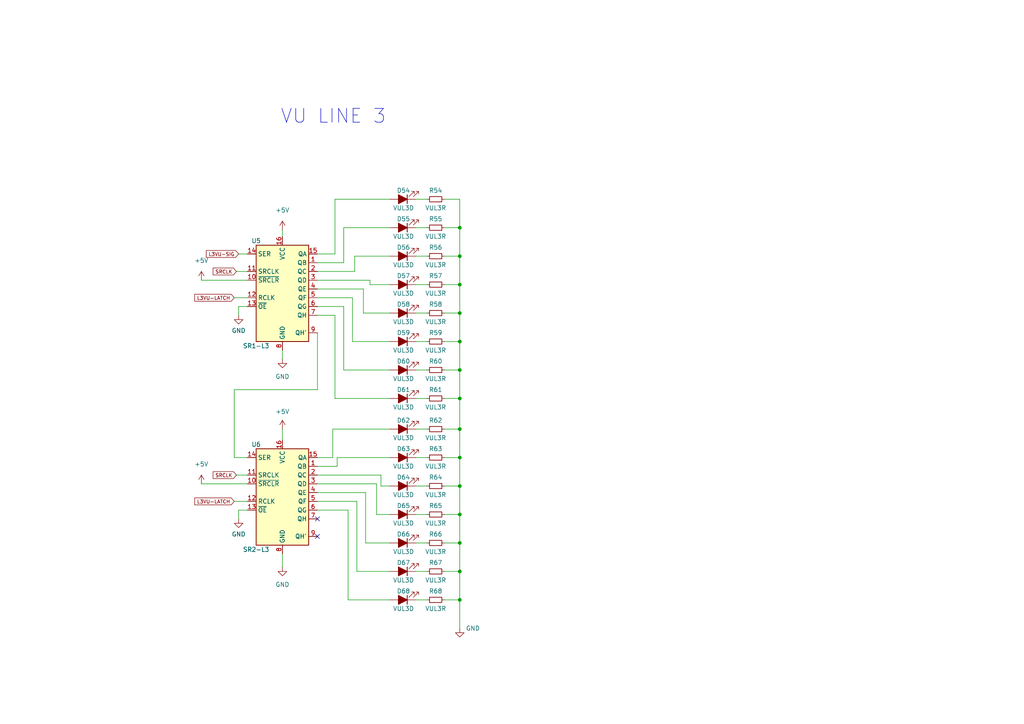
<source format=kicad_sch>
(kicad_sch (version 20210615) (generator eeschema)
  (paper "A4")
  (lib_symbols
    (symbol "74xx:74HC595"
      (property "Reference" "U" (at -7.62 13.97 0))
      (property "Value" "74HC595" (at -7.62 -16.51 0))
      (symbol "74HC595_1_0"
        (pin tri_state line (at 10.16 7.62 180) (length 2.54) (name "QB") (number "1"))
        (pin input line (at -10.16 2.54 0) (length 2.54) (name "~{SRCLR}") (number "10"))
        (pin input line (at -10.16 5.08 0) (length 2.54) (name "SRCLK") (number "11"))
        (pin input line (at -10.16 -2.54 0) (length 2.54) (name "RCLK") (number "12"))
        (pin input line (at -10.16 -5.08 0) (length 2.54) (name "~{OE}") (number "13"))
        (pin input line (at -10.16 10.16 0) (length 2.54) (name "SER") (number "14"))
        (pin tri_state line (at 10.16 10.16 180) (length 2.54) (name "QA") (number "15"))
        (pin power_in line (at 0 15.24 270) (length 2.54) (name "VCC") (number "16"))
        (pin tri_state line (at 10.16 5.08 180) (length 2.54) (name "QC") (number "2"))
        (pin tri_state line (at 10.16 2.54 180) (length 2.54) (name "QD") (number "3"))
        (pin tri_state line (at 10.16 0 180) (length 2.54) (name "QE") (number "4"))
        (pin tri_state line (at 10.16 -2.54 180) (length 2.54) (name "QF") (number "5"))
        (pin tri_state line (at 10.16 -5.08 180) (length 2.54) (name "QG") (number "6"))
        (pin tri_state line (at 10.16 -7.62 180) (length 2.54) (name "QH") (number "7"))
        (pin power_in line (at 0 -17.78 90) (length 2.54) (name "GND") (number "8"))
        (pin output line (at 10.16 -12.7 180) (length 2.54) (name "QH'") (number "9"))
      )
      (symbol "74HC595_1_1"
        (rectangle (start -7.62 12.7) (end 7.62 -15.24) (stroke (width 0.254)) (fill (type background)))
      )
    )
    (symbol "Device:LED_Filled" (pin_numbers hide) (pin_names (offset 1.016) hide)
      (property "Reference" "D" (at 0 2.54 0))
      (property "Value" "LED_Filled" (at 0 -2.54 0))
      (symbol "LED_Filled_0_1"
        (polyline (pts (xy -1.27 -1.27) (xy -1.27 1.27)) (stroke (width 0.254)))
        (polyline (pts (xy -1.27 0) (xy 1.27 0)))
        (polyline (pts (xy -3.048 -0.762) (xy -4.572 -2.286) (xy -3.81 -2.286) (xy -4.572 -2.286) (xy -4.572 -1.524)))
        (polyline (pts (xy -1.778 -0.762) (xy -3.302 -2.286) (xy -2.54 -2.286) (xy -3.302 -2.286) (xy -3.302 -1.524)))
        (polyline (pts (xy 1.27 -1.27) (xy 1.27 1.27) (xy -1.27 0) (xy 1.27 -1.27)) (stroke (width 0.254)) (fill (type outline)))
      )
      (symbol "LED_Filled_1_1"
        (pin passive line (at -3.81 0 0) (length 2.54) (name "K") (number "1"))
        (pin passive line (at 3.81 0 180) (length 2.54) (name "A") (number "2"))
      )
    )
    (symbol "Device:R_Small" (pin_numbers hide) (pin_names (offset 0.254) hide)
      (property "Reference" "R" (at 0.762 0.508 0))
      (property "Value" "R_Small" (at 0.762 -1.016 0))
      (symbol "R_Small_0_1"
        (rectangle (start -0.762 1.778) (end 0.762 -1.778) (stroke (width 0.2032)))
      )
      (symbol "R_Small_1_1"
        (pin passive line (at 0 2.54 270) (length 0.762) (name "~") (number "1"))
        (pin passive line (at 0 -2.54 90) (length 0.762) (name "~") (number "2"))
      )
    )
    (symbol "power:+5V" (power) (pin_names (offset 0))
      (property "Value" "+5V" (at 0 3.556 0))
      (symbol "+5V_0_1"
        (polyline (pts (xy -0.762 1.27) (xy 0 2.54)))
        (polyline (pts (xy 0 0) (xy 0 2.54)))
        (polyline (pts (xy 0 2.54) (xy 0.762 1.27)))
      )
      (symbol "+5V_1_1"
        (pin power_in line (at 0 0 90) (length 0) hide (name "+5V") (number "1"))
      )
    )
    (symbol "power:GND" (power) (pin_names (offset 0))
      (property "Value" "GND" (at 0 -3.81 0))
      (symbol "GND_0_1"
        (polyline (pts (xy 0 0) (xy 0 -1.27) (xy 1.27 -1.27) (xy 0 -2.54) (xy -1.27 -1.27) (xy 0 -1.27)))
      )
      (symbol "GND_1_1"
        (pin power_in line (at 0 0 270) (length 0) hide (name "GND") (number "1"))
      )
    )
  )
  (junction (at 133.35 66.04) (diameter 0.9144))
  (junction (at 133.35 74.295) (diameter 0.9144))
  (junction (at 133.35 82.55) (diameter 0.9144))
  (junction (at 133.35 90.805) (diameter 0.9144))
  (junction (at 133.35 99.06) (diameter 0.9144))
  (junction (at 133.35 107.315) (diameter 0.9144))
  (junction (at 133.35 115.57) (diameter 0.9144))
  (junction (at 133.35 124.46) (diameter 0.9144))
  (junction (at 133.35 132.715) (diameter 0.9144))
  (junction (at 133.35 140.97) (diameter 0.9144))
  (junction (at 133.35 149.225) (diameter 0.9144))
  (junction (at 133.35 157.48) (diameter 0.9144))
  (junction (at 133.35 165.735) (diameter 0.9144))
  (junction (at 133.35 173.99) (diameter 0.9144))
  (no_connect (at 92.075 150.495))
  (no_connect (at 92.075 155.575))
  (wire (pts (xy 58.42 81.28) (xy 71.755 81.28)))
  (wire (pts (xy 58.42 140.335) (xy 71.755 140.335)))
  (wire (pts (xy 67.945 86.36) (xy 71.755 86.36)))
  (wire (pts (xy 67.945 113.03) (xy 67.945 132.715)))
  (wire (pts (xy 67.945 132.715) (xy 71.755 132.715)))
  (wire (pts (xy 67.945 145.415) (xy 71.755 145.415)))
  (wire (pts (xy 68.58 78.74) (xy 71.755 78.74)))
  (wire (pts (xy 68.58 137.795) (xy 71.755 137.795)))
  (wire (pts (xy 69.215 73.66) (xy 71.755 73.66)))
  (wire (pts (xy 69.215 88.9) (xy 71.755 88.9)))
  (wire (pts (xy 69.215 91.44) (xy 69.215 88.9)))
  (wire (pts (xy 69.215 147.955) (xy 71.755 147.955)))
  (wire (pts (xy 69.215 150.495) (xy 69.215 147.955)))
  (wire (pts (xy 81.915 66.675) (xy 81.915 68.58)))
  (wire (pts (xy 81.915 101.6) (xy 81.915 104.14)))
  (wire (pts (xy 81.915 124.46) (xy 81.915 127.635)))
  (wire (pts (xy 81.915 160.655) (xy 81.915 164.465)))
  (wire (pts (xy 92.075 76.2) (xy 99.695 76.2)))
  (wire (pts (xy 92.075 78.74) (xy 102.87 78.74)))
  (wire (pts (xy 92.075 81.28) (xy 107.315 81.28)))
  (wire (pts (xy 92.075 83.82) (xy 105.41 83.82)))
  (wire (pts (xy 92.075 86.36) (xy 102.235 86.36)))
  (wire (pts (xy 92.075 88.9) (xy 99.695 88.9)))
  (wire (pts (xy 92.075 91.44) (xy 97.155 91.44)))
  (wire (pts (xy 92.075 96.52) (xy 92.075 113.03)))
  (wire (pts (xy 92.075 113.03) (xy 67.945 113.03)))
  (wire (pts (xy 92.075 137.795) (xy 110.49 137.795)))
  (wire (pts (xy 92.075 140.335) (xy 109.22 140.335)))
  (wire (pts (xy 92.075 145.415) (xy 103.505 145.415)))
  (wire (pts (xy 92.075 147.955) (xy 100.965 147.955)))
  (wire (pts (xy 96.52 124.46) (xy 96.52 132.715)))
  (wire (pts (xy 96.52 132.715) (xy 92.075 132.715)))
  (wire (pts (xy 97.155 57.785) (xy 97.155 73.66)))
  (wire (pts (xy 97.155 73.66) (xy 92.075 73.66)))
  (wire (pts (xy 97.155 91.44) (xy 97.155 115.57)))
  (wire (pts (xy 97.155 115.57) (xy 113.03 115.57)))
  (wire (pts (xy 97.79 132.715) (xy 97.79 135.255)))
  (wire (pts (xy 97.79 135.255) (xy 92.075 135.255)))
  (wire (pts (xy 99.695 66.04) (xy 113.03 66.04)))
  (wire (pts (xy 99.695 76.2) (xy 99.695 66.04)))
  (wire (pts (xy 99.695 88.9) (xy 99.695 107.315)))
  (wire (pts (xy 99.695 107.315) (xy 113.03 107.315)))
  (wire (pts (xy 100.965 147.955) (xy 100.965 173.99)))
  (wire (pts (xy 100.965 173.99) (xy 113.03 173.99)))
  (wire (pts (xy 102.235 86.36) (xy 102.235 99.06)))
  (wire (pts (xy 102.235 99.06) (xy 113.03 99.06)))
  (wire (pts (xy 102.87 74.295) (xy 113.03 74.295)))
  (wire (pts (xy 102.87 78.74) (xy 102.87 74.295)))
  (wire (pts (xy 103.505 145.415) (xy 103.505 165.735)))
  (wire (pts (xy 103.505 165.735) (xy 113.03 165.735)))
  (wire (pts (xy 105.41 83.82) (xy 105.41 90.805)))
  (wire (pts (xy 105.41 90.805) (xy 113.03 90.805)))
  (wire (pts (xy 106.045 142.875) (xy 92.075 142.875)))
  (wire (pts (xy 106.045 157.48) (xy 106.045 142.875)))
  (wire (pts (xy 107.315 81.28) (xy 107.315 82.55)))
  (wire (pts (xy 107.315 82.55) (xy 113.03 82.55)))
  (wire (pts (xy 109.22 140.335) (xy 109.22 149.225)))
  (wire (pts (xy 109.22 149.225) (xy 113.03 149.225)))
  (wire (pts (xy 110.49 137.795) (xy 110.49 140.97)))
  (wire (pts (xy 110.49 140.97) (xy 113.03 140.97)))
  (wire (pts (xy 113.03 57.785) (xy 97.155 57.785)))
  (wire (pts (xy 113.03 124.46) (xy 96.52 124.46)))
  (wire (pts (xy 113.03 132.715) (xy 97.79 132.715)))
  (wire (pts (xy 113.03 157.48) (xy 106.045 157.48)))
  (wire (pts (xy 120.65 57.785) (xy 123.825 57.785)))
  (wire (pts (xy 120.65 66.04) (xy 123.825 66.04)))
  (wire (pts (xy 120.65 74.295) (xy 123.825 74.295)))
  (wire (pts (xy 120.65 82.55) (xy 123.825 82.55)))
  (wire (pts (xy 120.65 90.805) (xy 123.825 90.805)))
  (wire (pts (xy 120.65 99.06) (xy 123.825 99.06)))
  (wire (pts (xy 120.65 107.315) (xy 123.825 107.315)))
  (wire (pts (xy 120.65 115.57) (xy 123.825 115.57)))
  (wire (pts (xy 120.65 124.46) (xy 123.825 124.46)))
  (wire (pts (xy 120.65 132.715) (xy 123.825 132.715)))
  (wire (pts (xy 120.65 140.97) (xy 123.825 140.97)))
  (wire (pts (xy 120.65 149.225) (xy 123.825 149.225)))
  (wire (pts (xy 120.65 157.48) (xy 123.825 157.48)))
  (wire (pts (xy 120.65 165.735) (xy 123.825 165.735)))
  (wire (pts (xy 120.65 173.99) (xy 123.825 173.99)))
  (wire (pts (xy 128.905 57.785) (xy 133.35 57.785)))
  (wire (pts (xy 128.905 66.04) (xy 133.35 66.04)))
  (wire (pts (xy 128.905 74.295) (xy 133.35 74.295)))
  (wire (pts (xy 128.905 82.55) (xy 133.35 82.55)))
  (wire (pts (xy 128.905 90.805) (xy 133.35 90.805)))
  (wire (pts (xy 128.905 99.06) (xy 133.35 99.06)))
  (wire (pts (xy 128.905 107.315) (xy 133.35 107.315)))
  (wire (pts (xy 128.905 115.57) (xy 133.35 115.57)))
  (wire (pts (xy 128.905 124.46) (xy 133.35 124.46)))
  (wire (pts (xy 128.905 132.715) (xy 133.35 132.715)))
  (wire (pts (xy 128.905 140.97) (xy 133.35 140.97)))
  (wire (pts (xy 128.905 149.225) (xy 133.35 149.225)))
  (wire (pts (xy 128.905 157.48) (xy 133.35 157.48)))
  (wire (pts (xy 128.905 165.735) (xy 133.35 165.735)))
  (wire (pts (xy 128.905 173.99) (xy 133.35 173.99)))
  (wire (pts (xy 133.35 57.785) (xy 133.35 66.04)))
  (wire (pts (xy 133.35 66.04) (xy 133.35 74.295)))
  (wire (pts (xy 133.35 74.295) (xy 133.35 82.55)))
  (wire (pts (xy 133.35 82.55) (xy 133.35 90.805)))
  (wire (pts (xy 133.35 90.805) (xy 133.35 99.06)))
  (wire (pts (xy 133.35 99.06) (xy 133.35 107.315)))
  (wire (pts (xy 133.35 107.315) (xy 133.35 115.57)))
  (wire (pts (xy 133.35 115.57) (xy 133.35 124.46)))
  (wire (pts (xy 133.35 124.46) (xy 133.35 132.715)))
  (wire (pts (xy 133.35 132.715) (xy 133.35 140.97)))
  (wire (pts (xy 133.35 140.97) (xy 133.35 149.225)))
  (wire (pts (xy 133.35 149.225) (xy 133.35 157.48)))
  (wire (pts (xy 133.35 157.48) (xy 133.35 165.735)))
  (wire (pts (xy 133.35 165.735) (xy 133.35 173.99)))
  (wire (pts (xy 133.35 173.99) (xy 133.35 182.245)))
  (text "VU LINE 3" (at 81.28 36.195 0) (effects (font (size 4.016 4.016)) (justify left bottom)))
  (global_label "L3VU-LATCH" (shape input) (at 67.945 86.36 180) (effects (font (size 1.016 1.016))) (property "Intersheet References" "${INTERSHEET_REFS}" (effects hide)))
  (global_label "L3VU-LATCH" (shape input) (at 67.945 145.415 180) (effects (font (size 1.016 1.016))) (property "Intersheet References" "${INTERSHEET_REFS}" (effects hide)))
  (global_label "SRCLK" (shape input) (at 68.58 78.74 180) (effects (font (size 1.016 1.016))) (property "Intersheet References" "${INTERSHEET_REFS}" (effects hide)))
  (global_label "SRCLK" (shape input) (at 68.58 137.795 180) (effects (font (size 1.016 1.016))) (property "Intersheet References" "${INTERSHEET_REFS}" (effects hide)))
  (global_label "L3VU-SIG" (shape input) (at 69.215 73.66 180) (effects (font (size 1.016 1.016))) (property "Intersheet References" "${INTERSHEET_REFS}" (effects hide)))
  (symbol (lib_id "power:+5V") (at 58.42 81.28 0) (unit 1)
    (property "Reference" "#PWR0122" (effects hide))
    (property "Value" "+5V" (at 58.42 75.565 0))
  )
  (symbol (lib_id "power:+5V") (at 58.42 140.335 0) (unit 1)
    (property "Reference" "#PWR0123" (effects hide))
    (property "Value" "+5V" (at 58.42 134.62 0))
  )
  (symbol (lib_id "power:+5V") (at 81.915 66.675 0) (unit 1)
    (property "Reference" "#PWR0126" (effects hide))
    (property "Value" "+5V" (at 81.915 60.96 0))
  )
  (symbol (lib_id "power:+5V") (at 81.915 124.46 0) (unit 1)
    (property "Reference" "#PWR0128" (effects hide))
    (property "Value" "+5V" (at 81.915 119.38 0))
  )
  (symbol (lib_id "power:GND") (at 69.215 91.44 0) (unit 1)
    (property "Reference" "#PWR0124" (effects hide))
    (property "Value" "GND" (at 69.215 95.885 0))
  )
  (symbol (lib_id "power:GND") (at 69.215 150.495 0) (unit 1)
    (property "Reference" "#PWR0125" (effects hide))
    (property "Value" "GND" (at 69.215 154.94 0))
  )
  (symbol (lib_id "power:GND") (at 81.915 104.14 0) (unit 1)
    (property "Reference" "#PWR0127" (effects hide))
    (property "Value" "GND" (at 81.915 109.22 0))
  )
  (symbol (lib_id "power:GND") (at 81.915 164.465 0) (unit 1)
    (property "Reference" "#PWR0129" (effects hide))
    (property "Value" "GND" (at 81.915 169.545 0))
  )
  (symbol (lib_id "power:GND") (at 133.35 182.245 0) (unit 1)
    (property "Reference" "#PWR0130" (effects hide))
    (property "Value" "GND" (at 137.16 182.245 0))
  )
  (symbol (lib_id "Device:R_Small") (at 126.365 57.785 270) (unit 1)
    (property "Reference" "R54" (at 126.365 55.245 90))
    (property "Value" "VUL3R" (at 126.365 60.325 90))
    (property "Footprint" "Library:R_1206_3216Metric_Pad1.30x1.75mm_HandSolder" (effects hide))
  )
  (symbol (lib_id "Device:R_Small") (at 126.365 66.04 270) (unit 1)
    (property "Reference" "R55" (at 126.365 63.5 90))
    (property "Value" "VUL3R" (at 126.365 68.58 90))
    (property "Footprint" "Library:R_1206_3216Metric_Pad1.30x1.75mm_HandSolder" (effects hide))
  )
  (symbol (lib_id "Device:R_Small") (at 126.365 74.295 270) (unit 1)
    (property "Reference" "R56" (at 126.365 71.755 90))
    (property "Value" "VUL3R" (at 126.365 76.835 90))
    (property "Footprint" "Library:R_1206_3216Metric_Pad1.30x1.75mm_HandSolder" (effects hide))
  )
  (symbol (lib_id "Device:R_Small") (at 126.365 82.55 270) (unit 1)
    (property "Reference" "R57" (at 126.365 80.01 90))
    (property "Value" "VUL3R" (at 126.365 85.09 90))
    (property "Footprint" "Library:R_1206_3216Metric_Pad1.30x1.75mm_HandSolder" (effects hide))
  )
  (symbol (lib_id "Device:R_Small") (at 126.365 90.805 270) (unit 1)
    (property "Reference" "R58" (at 126.365 88.265 90))
    (property "Value" "VUL3R" (at 126.365 93.345 90))
    (property "Footprint" "Library:R_1206_3216Metric_Pad1.30x1.75mm_HandSolder" (effects hide))
  )
  (symbol (lib_id "Device:R_Small") (at 126.365 99.06 270) (unit 1)
    (property "Reference" "R59" (at 126.365 96.52 90))
    (property "Value" "VUL3R" (at 126.365 101.6 90))
    (property "Footprint" "Library:R_1206_3216Metric_Pad1.30x1.75mm_HandSolder" (effects hide))
  )
  (symbol (lib_id "Device:R_Small") (at 126.365 107.315 270) (unit 1)
    (property "Reference" "R60" (at 126.365 104.775 90))
    (property "Value" "VUL3R" (at 126.365 109.855 90))
    (property "Footprint" "Library:R_1206_3216Metric_Pad1.30x1.75mm_HandSolder" (effects hide))
  )
  (symbol (lib_id "Device:R_Small") (at 126.365 115.57 270) (unit 1)
    (property "Reference" "R61" (at 126.365 113.03 90))
    (property "Value" "VUL3R" (at 126.365 118.11 90))
    (property "Footprint" "Library:R_1206_3216Metric_Pad1.30x1.75mm_HandSolder" (effects hide))
  )
  (symbol (lib_id "Device:R_Small") (at 126.365 124.46 270) (unit 1)
    (property "Reference" "R62" (at 126.365 121.92 90))
    (property "Value" "VUL3R" (at 126.365 127 90))
    (property "Footprint" "Library:R_1206_3216Metric_Pad1.30x1.75mm_HandSolder" (effects hide))
  )
  (symbol (lib_id "Device:R_Small") (at 126.365 132.715 270) (unit 1)
    (property "Reference" "R63" (at 126.365 130.175 90))
    (property "Value" "VUL3R" (at 126.365 135.255 90))
    (property "Footprint" "Library:R_1206_3216Metric_Pad1.30x1.75mm_HandSolder" (effects hide))
  )
  (symbol (lib_id "Device:R_Small") (at 126.365 140.97 270) (unit 1)
    (property "Reference" "R64" (at 126.365 138.43 90))
    (property "Value" "VUL3R" (at 126.365 143.51 90))
    (property "Footprint" "Library:R_1206_3216Metric_Pad1.30x1.75mm_HandSolder" (effects hide))
  )
  (symbol (lib_id "Device:R_Small") (at 126.365 149.225 270) (unit 1)
    (property "Reference" "R65" (at 126.365 146.685 90))
    (property "Value" "VUL3R" (at 126.365 151.765 90))
    (property "Footprint" "Library:R_1206_3216Metric_Pad1.30x1.75mm_HandSolder" (effects hide))
  )
  (symbol (lib_id "Device:R_Small") (at 126.365 157.48 270) (unit 1)
    (property "Reference" "R66" (at 126.365 154.94 90))
    (property "Value" "VUL3R" (at 126.365 160.02 90))
    (property "Footprint" "Library:R_1206_3216Metric_Pad1.30x1.75mm_HandSolder" (effects hide))
  )
  (symbol (lib_id "Device:R_Small") (at 126.365 165.735 270) (unit 1)
    (property "Reference" "R67" (at 126.365 163.195 90))
    (property "Value" "VUL3R" (at 126.365 168.275 90))
    (property "Footprint" "Library:R_1206_3216Metric_Pad1.30x1.75mm_HandSolder" (effects hide))
  )
  (symbol (lib_id "Device:R_Small") (at 126.365 173.99 270) (unit 1)
    (property "Reference" "R68" (at 126.365 171.45 90))
    (property "Value" "VUL3R" (at 126.365 176.53 90))
    (property "Footprint" "Library:R_1206_3216Metric_Pad1.30x1.75mm_HandSolder" (effects hide))
  )
  (symbol (lib_id "Device:LED_Filled") (at 116.84 57.785 180) (unit 1)
    (property "Reference" "D54" (at 117.0305 55.245 0))
    (property "Value" "VUL3D" (at 117.0305 60.325 0))
    (property "Footprint" "Library:LED_GREEN" (effects hide))
  )
  (symbol (lib_id "Device:LED_Filled") (at 116.84 66.04 180) (unit 1)
    (property "Reference" "D55" (at 117.0305 63.5 0))
    (property "Value" "VUL3D" (at 117.0305 68.58 0))
    (property "Footprint" "Library:LED_GREEN" (effects hide))
  )
  (symbol (lib_id "Device:LED_Filled") (at 116.84 74.295 180) (unit 1)
    (property "Reference" "D56" (at 117.0305 71.755 0))
    (property "Value" "VUL3D" (at 117.0305 76.835 0))
    (property "Footprint" "Library:LED_GREEN" (effects hide))
  )
  (symbol (lib_id "Device:LED_Filled") (at 116.84 82.55 180) (unit 1)
    (property "Reference" "D57" (at 117.0305 80.01 0))
    (property "Value" "VUL3D" (at 117.0305 85.09 0))
    (property "Footprint" "Library:LED_GREEN" (effects hide))
  )
  (symbol (lib_id "Device:LED_Filled") (at 116.84 90.805 180) (unit 1)
    (property "Reference" "D58" (at 117.0305 88.265 0))
    (property "Value" "VUL3D" (at 117.0305 93.345 0))
    (property "Footprint" "Library:LED_GREEN" (effects hide))
  )
  (symbol (lib_id "Device:LED_Filled") (at 116.84 99.06 180) (unit 1)
    (property "Reference" "D59" (at 117.0305 96.52 0))
    (property "Value" "VUL3D" (at 117.0305 101.6 0))
    (property "Footprint" "Library:LED_GREEN" (effects hide))
  )
  (symbol (lib_id "Device:LED_Filled") (at 116.84 107.315 180) (unit 1)
    (property "Reference" "D60" (at 117.0305 104.775 0))
    (property "Value" "VUL3D" (at 117.0305 109.855 0))
    (property "Footprint" "Library:LED_GREEN" (effects hide))
  )
  (symbol (lib_id "Device:LED_Filled") (at 116.84 115.57 180) (unit 1)
    (property "Reference" "D61" (at 117.0305 113.03 0))
    (property "Value" "VUL3D" (at 117.0305 118.11 0))
    (property "Footprint" "Library:LED_GREEN" (effects hide))
  )
  (symbol (lib_id "Device:LED_Filled") (at 116.84 124.46 180) (unit 1)
    (property "Reference" "D62" (at 117.0305 121.92 0))
    (property "Value" "VUL3D" (at 117.0305 127 0))
    (property "Footprint" "Library:LED_GREEN" (effects hide))
  )
  (symbol (lib_id "Device:LED_Filled") (at 116.84 132.715 180) (unit 1)
    (property "Reference" "D63" (at 117.0305 130.175 0))
    (property "Value" "VUL3D" (at 117.0305 135.255 0))
    (property "Footprint" "Library:LED_YELLOW" (effects hide))
  )
  (symbol (lib_id "Device:LED_Filled") (at 116.84 140.97 180) (unit 1)
    (property "Reference" "D64" (at 117.0305 138.43 0))
    (property "Value" "VUL3D" (at 117.0305 143.51 0))
    (property "Footprint" "Library:LED_YELLOW" (effects hide))
  )
  (symbol (lib_id "Device:LED_Filled") (at 116.84 149.225 180) (unit 1)
    (property "Reference" "D65" (at 117.0305 146.685 0))
    (property "Value" "VUL3D" (at 117.0305 151.765 0))
    (property "Footprint" "Library:LED_YELLOW" (effects hide))
  )
  (symbol (lib_id "Device:LED_Filled") (at 116.84 157.48 180) (unit 1)
    (property "Reference" "D66" (at 117.0305 154.94 0))
    (property "Value" "VUL3D" (at 117.0305 160.02 0))
    (property "Footprint" "Library:LED_YELLOW" (effects hide))
  )
  (symbol (lib_id "Device:LED_Filled") (at 116.84 165.735 180) (unit 1)
    (property "Reference" "D67" (at 117.0305 163.195 0))
    (property "Value" "VUL3D" (at 117.0305 168.275 0))
    (property "Footprint" "Library:LED_RED" (effects hide))
  )
  (symbol (lib_id "Device:LED_Filled") (at 116.84 173.99 180) (unit 1)
    (property "Reference" "D68" (at 117.0305 171.45 0))
    (property "Value" "VUL3D" (at 117.0305 176.53 0))
    (property "Footprint" "Library:LED_RED" (effects hide))
  )
  (symbol (lib_id "74xx:74HC595") (at 81.915 83.82 0) (unit 1)
    (property "Reference" "U5" (at 74.295 69.85 0))
    (property "Value" "SR1-L3" (at 74.295 100.33 0))
    (property "Footprint" "Library:SO-16_3.9x9.9mm_P1.27mm" (effects hide))
    (property "Datasheet" "http://www.ti.com/lit/ds/symlink/sn74hc595.pdf" (effects hide))
  )
  (symbol (lib_id "74xx:74HC595") (at 81.915 142.875 0) (unit 1)
    (property "Reference" "U6" (at 74.295 128.905 0))
    (property "Value" "SR2-L3" (at 74.295 159.385 0))
    (property "Footprint" "Library:SO-16_3.9x9.9mm_P1.27mm" (effects hide))
    (property "Datasheet" "http://www.ti.com/lit/ds/symlink/sn74hc595.pdf" (effects hide))
  )
)
</source>
